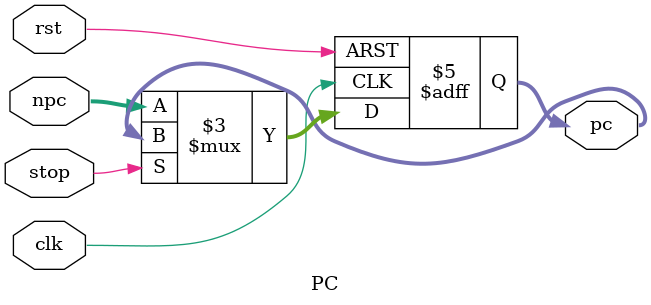
<source format=v>
`timescale 1ns / 1ps

`include "param.v"

module PC(
    input wire clk,
    input wire rst,
    input wire stop,
    input wire [31:0] npc,
    output reg [31:0] pc
);

always @ (posedge clk or posedge rst) begin
    if (rst)
        pc <= -4;
    else if (stop)
        pc <= pc;
    else
        pc <= npc;
end

endmodule
</source>
